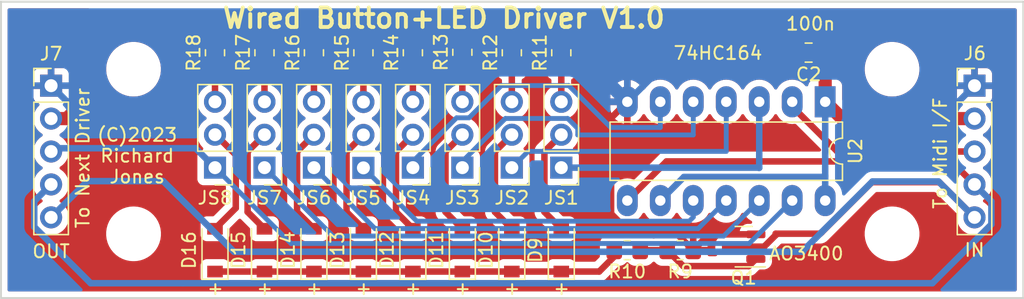
<source format=kicad_pcb>
(kicad_pcb (version 20211014) (generator pcbnew)
  (layers (0 "F.Cu" signal) (31 "B.Cu" signal) (34 "B.Paste" user) (35 "F.Paste" user) (36 "B.SilkS" user "B.Silkscreen") (37 "F.SilkS" user "F.Silkscreen") (38 "B.Mask" user) (39 "F.Mask" user) (44 "Edge.Cuts" user))
  (net 0 "")
  (net 1 "Net-(C2-Pad1)")
  (net 2 "/0V")
  (net 3 "/But")
  (net 4 "Net-(D9-Pad2)")
  (net 5 "Net-(D10-Pad2)")
  (net 6 "Net-(D11-Pad2)")
  (net 7 "Net-(D12-Pad2)")
  (net 8 "Net-(D13-Pad2)")
  (net 9 "Net-(D14-Pad2)")
  (net 10 "Net-(D15-Pad2)")
  (net 11 "Net-(D16-Pad2)")
  (net 12 "Net-(J6-Pad3)")
  (net 13 "Net-(J6-Pad4)")
  (net 14 "Net-(J6-Pad5)")
  (net 15 "/Q7")
  (net 16 "/Q0")
  (net 17 "Net-(JS1-Pad3)")
  (net 18 "/Q1")
  (net 19 "Net-(JS2-Pad3)")
  (net 20 "/Q2")
  (net 21 "Net-(JS3-Pad3)")
  (net 22 "/Q3")
  (net 23 "Net-(JS4-Pad3)")
  (net 24 "/Q4")
  (net 25 "Net-(JS5-Pad3)")
  (net 26 "/Q5")
  (net 27 "Net-(JS6-Pad3)")
  (net 28 "/Q6")
  (net 29 "Net-(JS7-Pad3)")
  (net 30 "Net-(JS8-Pad3)")
  (net 31 "Net-(Q1-Pad1)")
  (footprint "Resistor_SMD:R_0805_2012Metric_Pad1.20x1.40mm_HandSolder" (layer "F.Cu") (at 181.5846 95.377 90)
    (fp_text reference "R12" (at 0 -1.65 90) (layer "F.SilkS"))
    (fp_text value "270")
    (fp_line (start -0.227064 0.735) (end 0.227064 0.735) (layer "F.SilkS") (width 0.12))
    (fp_line (start -0.227064 -0.735) (end 0.227064 -0.735) (layer "F.SilkS") (width 0.12))
    (pad "1" smd roundrect (at -1 0 90) (size 1.2 1.4) (layers "F.Cu" "F.Paste" "F.Mask") (roundrect_rratio 0.2083333333) (net 19 "Net-(JS2-Pad3)"))
    (pad "2" smd roundrect (at 1 0 90) (size 1.2 1.4) (layers "F.Cu" "F.Paste" "F.Mask") (roundrect_rratio 0.2083333333) (net 2 "/0V"))
  )
  (footprint "MountingHole:MountingHole_3.2mm_M3" (layer "F.Cu") (at 152.4508 96.647 -90)
    (fp_text reference "H11" hide)
    (fp_text value "MountingHole" hide)
    (pad "" np_thru_hole circle (at 0 0 270) (size 3.2 3.2) (drill 3.2) (layers *.Cu *.Mask))
  )
  (footprint "MountingHole:MountingHole_3.2mm_M3" (layer "F.Cu") (at 152.4508 109.347 -90)
    (fp_text reference "H12" hide)
    (fp_text value "MountingHole" hide)
    (pad "" np_thru_hole circle (at 0 0 270) (size 3.2 3.2) (drill 3.2) (layers *.Cu *.Mask))
  )
  (footprint "Diode_SMD:D_SOD-123" (layer "F.Cu") (at 173.9646 110.6066 90)
    (fp_text reference "D12" (at 0 -2 90) (layer "F.SilkS"))
    (fp_text value "1N4148")
    (fp_line (start -2.25 1) (end 1.65 1) (layer "F.SilkS") (width 0.12))
    (fp_line (start -2.25 -1) (end -2.25 1) (layer "F.SilkS") (width 0.12))
    (fp_line (start -2.25 -1) (end 1.65 -1) (layer "F.SilkS") (width 0.12))
    (pad "1" smd rect (at -1.65 0 90) (size 0.9 1.2) (layers "F.Cu" "F.Paste" "F.Mask") (net 3 "/But"))
    (pad "2" smd rect (at 1.65 0 90) (size 0.9 1.2) (layers "F.Cu" "F.Paste" "F.Mask") (net 7 "Net-(D12-Pad2)"))
  )
  (footprint "Package_TO_SOT_SMD:SOT-23" (layer "F.Cu") (at 199.4408 110.3376 180)
    (fp_text reference "Q1" (at 0 -2.4) (layer "F.SilkS"))
    (fp_text value "AO3400A" hide)
    (fp_line (start 0 -1.56) (end 0.65 -1.56) (layer "F.SilkS") (width 0.12))
    (fp_line (start 0 1.56) (end -0.65 1.56) (layer "F.SilkS") (width 0.12))
    (fp_line (start 0 1.56) (end 0.65 1.56) (layer "F.SilkS") (width 0.12))
    (fp_line (start 0 -1.56) (end -1.675 -1.56) (layer "F.SilkS") (width 0.12))
    (pad "1" smd roundrect (at -0.9375 -0.95 180) (size 1.475 0.6) (layers "F.Cu" "F.Paste" "F.Mask") (net 31 "Net-(Q1-Pad1)"))
    (pad "2" smd roundrect (at -0.9375 0.95 180) (size 1.475 0.6) (layers "F.Cu" "F.Paste" "F.Mask") (net 2 "/0V"))
    (pad "3" smd roundrect (at 0.9375 0 180) (size 1.475 0.6) (layers "F.Cu" "F.Paste" "F.Mask") (net 14 "Net-(J6-Pad5)"))
  )
  (footprint "Resistor_SMD:R_0805_2012Metric_Pad1.20x1.40mm_HandSolder" (layer "F.Cu") (at 170.1546 95.377 90)
    (fp_text reference "R15" (at 0 -1.65 90) (layer "F.SilkS"))
    (fp_text value "270")
    (fp_line (start -0.227064 0.735) (end 0.227064 0.735) (layer "F.SilkS") (width 0.12))
    (fp_line (start -0.227064 -0.735) (end 0.227064 -0.735) (layer "F.SilkS") (width 0.12))
    (pad "1" smd roundrect (at -1 0 90) (size 1.2 1.4) (layers "F.Cu" "F.Paste" "F.Mask") (roundrect_rratio 0.2083333333) (net 25 "Net-(JS5-Pad3)"))
    (pad "2" smd roundrect (at 1 0 90) (size 1.2 1.4) (layers "F.Cu" "F.Paste" "F.Mask") (roundrect_rratio 0.2083333333) (net 2 "/0V"))
  )
  (footprint "Diode_SMD:D_SOD-123" (layer "F.Cu") (at 170.1546 110.6066 90)
    (fp_text reference "D13" (at 0 -2 90) (layer "F.SilkS"))
    (fp_text value "1N4148")
    (fp_line (start -2.25 -1) (end -2.25 1) (layer "F.SilkS") (width 0.12))
    (fp_line (start -2.25 1) (end 1.65 1) (layer "F.SilkS") (width 0.12))
    (fp_line (start -2.25 -1) (end 1.65 -1) (layer "F.SilkS") (width 0.12))
    (pad "1" smd rect (at -1.65 0 90) (size 0.9 1.2) (layers "F.Cu" "F.Paste" "F.Mask") (net 3 "/But"))
    (pad "2" smd rect (at 1.65 0 90) (size 0.9 1.2) (layers "F.Cu" "F.Paste" "F.Mask") (net 8 "Net-(D13-Pad2)"))
  )
  (footprint "Connector_PinHeader_2.54mm:PinHeader_1x03_P2.54mm_Vertical" (layer "F.Cu") (at 158.7246 104.2416 180)
    (fp_text reference "JS8" (at 0 -2.33) (layer "F.SilkS"))
    (fp_text value "Button+LED8" hide)
    (fp_line (start -1.33 6.41) (end 1.33 6.41) (layer "F.SilkS") (width 0.12))
    (fp_line (start 1.33 1.27) (end 1.33 6.41) (layer "F.SilkS") (width 0.12))
    (fp_line (start -1.33 1.27) (end -1.33 6.41) (layer "F.SilkS") (width 0.12))
    (fp_line (start -1.33 1.27) (end 1.33 1.27) (layer "F.SilkS") (width 0.12))
    (fp_line (start -1.33 0) (end -1.33 -1.33) (layer "F.SilkS") (width 0.12))
    (fp_line (start -1.33 -1.33) (end 0 -1.33) (layer "F.SilkS") (width 0.12))
    (pad "1" thru_hole rect (at 0 0 180) (size 1.7 1.7) (drill 1) (layers *.Cu *.Mask) (net 15 "/Q7"))
    (pad "2" thru_hole oval (at 0 2.54 180) (size 1.7 1.7) (drill 1) (layers *.Cu *.Mask) (net 11 "Net-(D16-Pad2)"))
    (pad "3" thru_hole oval (at 0 5.08 180) (size 1.7 1.7) (drill 1) (layers *.Cu *.Mask) (net 30 "Net-(JS8-Pad3)"))
  )
  (footprint "Connector_PinHeader_2.54mm:PinHeader_1x03_P2.54mm_Vertical" (layer "F.Cu") (at 185.3946 104.2416 180)
    (fp_text reference "JS1" (at 0 -2.33) (layer "F.SilkS"))
    (fp_text value "Button+LED1")
    (fp_line (start -1.33 6.41) (end 1.33 6.41) (layer "F.SilkS") (width 0.12))
    (fp_line (start -1.33 0) (end -1.33 -1.33) (layer "F.SilkS") (width 0.12))
    (fp_line (start -1.33 1.27) (end 1.33 1.27) (layer "F.SilkS") (width 0.12))
    (fp_line (start 1.33 1.27) (end 1.33 6.41) (layer "F.SilkS") (width 0.12))
    (fp_line (start -1.33 -1.33) (end 0 -1.33) (layer "F.SilkS") (width 0.12))
    (fp_line (start -1.33 1.27) (end -1.33 6.41) (layer "F.SilkS") (width 0.12))
    (pad "1" thru_hole rect (at 0 0 180) (size 1.7 1.7) (drill 1) (layers *.Cu *.Mask) (net 16 "/Q0"))
    (pad "2" thru_hole oval (at 0 2.54 180) (size 1.7 1.7) (drill 1) (layers *.Cu *.Mask) (net 4 "Net-(D9-Pad2)"))
    (pad "3" thru_hole oval (at 0 5.08 180) (size 1.7 1.7) (drill 1) (layers *.Cu *.Mask) (net 17 "Net-(JS1-Pad3)"))
  )
  (footprint "Capacitor_SMD:C_0805_2012Metric_Pad1.18x1.45mm_HandSolder" (layer "F.Cu") (at 204.4446 95.3666 180)
    (fp_text reference "C2" (at 0 -1.68) (layer "F.SilkS"))
    (fp_text value "100n" (at -0.1524 2.2248) (layer "F.SilkS"))
    (fp_line (start -0.261252 -0.735) (end 0.261252 -0.735) (layer "F.SilkS") (width 0.12))
    (fp_line (start -0.261252 0.735) (end 0.261252 0.735) (layer "F.SilkS") (width 0.12))
    (pad "1" smd roundrect (at -1.0375 0 180) (size 1.175 1.45) (layers "F.Cu" "F.Paste" "F.Mask") (roundrect_rratio 0.2127659574) (net 1 "Net-(C2-Pad1)"))
    (pad "2" smd roundrect (at 1.0375 0 180) (size 1.175 1.45) (layers "F.Cu" "F.Paste" "F.Mask") (roundrect_rratio 0.2127659574) (net 2 "/0V"))
  )
  (footprint "Resistor_SMD:R_0805_2012Metric_Pad1.20x1.40mm_HandSolder" (layer "F.Cu") (at 185.3946 95.377 90)
    (fp_text reference "R11" (at 0 -1.65 90) (layer "F.SilkS"))
    (fp_text value "270")
    (fp_line (start -0.227064 -0.735) (end 0.227064 -0.735) (layer "F.SilkS") (width 0.12))
    (fp_line (start -0.227064 0.735) (end 0.227064 0.735) (layer "F.SilkS") (width 0.12))
    (pad "1" smd roundrect (at -1 0 90) (size 1.2 1.4) (layers "F.Cu" "F.Paste" "F.Mask") (roundrect_rratio 0.2083333333) (net 17 "Net-(JS1-Pad3)"))
    (pad "2" smd roundrect (at 1 0 90) (size 1.2 1.4) (layers "F.Cu" "F.Paste" "F.Mask") (roundrect_rratio 0.2083333333) (net 2 "/0V"))
  )
  (footprint "Resistor_SMD:R_0805_2012Metric_Pad1.20x1.40mm_HandSolder" (layer "F.Cu") (at 173.9646 95.377 90)
    (fp_text reference "R14" (at 0 -1.65 90) (layer "F.SilkS"))
    (fp_text value "270")
    (fp_line (start -0.227064 0.735) (end 0.227064 0.735) (layer "F.SilkS") (width 0.12))
    (fp_line (start -0.227064 -0.735) (end 0.227064 -0.735) (layer "F.SilkS") (width 0.12))
    (pad "1" smd roundrect (at -1 0 90) (size 1.2 1.4) (layers "F.Cu" "F.Paste" "F.Mask") (roundrect_rratio 0.2083333333) (net 23 "Net-(JS4-Pad3)"))
    (pad "2" smd roundrect (at 1 0 90) (size 1.2 1.4) (layers "F.Cu" "F.Paste" "F.Mask") (roundrect_rratio 0.2083333333) (net 2 "/0V"))
  )
  (footprint "Diode_SMD:D_SOD-123" (layer "F.Cu") (at 185.3946 110.6066 90)
    (fp_text reference "D9" (at 0 -2 90) (layer "F.SilkS"))
    (fp_text value "1N4148")
    (fp_line (start -2.25 -1) (end 1.65 -1) (layer "F.SilkS") (width 0.12))
    (fp_line (start -2.25 1) (end 1.65 1) (layer "F.SilkS") (width 0.12))
    (fp_line (start -2.25 -1) (end -2.25 1) (layer "F.SilkS") (width 0.12))
    (pad "1" smd rect (at -1.65 0 90) (size 0.9 1.2) (layers "F.Cu" "F.Paste" "F.Mask") (net 3 "/But"))
    (pad "2" smd rect (at 1.65 0 90) (size 0.9 1.2) (layers "F.Cu" "F.Paste" "F.Mask") (net 4 "Net-(D9-Pad2)"))
  )
  (footprint "Resistor_SMD:R_0805_2012Metric_Pad1.20x1.40mm_HandSolder" (layer "F.Cu") (at 158.7246 95.377 90)
    (fp_text reference "R18" (at 0 -1.65 90) (layer "F.SilkS"))
    (fp_text value "270")
    (fp_line (start -0.227064 0.735) (end 0.227064 0.735) (layer "F.SilkS") (width 0.12))
    (fp_line (start -0.227064 -0.735) (end 0.227064 -0.735) (layer "F.SilkS") (width 0.12))
    (pad "1" smd roundrect (at -1 0 90) (size 1.2 1.4) (layers "F.Cu" "F.Paste" "F.Mask") (roundrect_rratio 0.2083333333) (net 30 "Net-(JS8-Pad3)"))
    (pad "2" smd roundrect (at 1 0 90) (size 1.2 1.4) (layers "F.Cu" "F.Paste" "F.Mask") (roundrect_rratio 0.2083333333) (net 2 "/0V"))
  )
  (footprint "Package_DIP:DIP-14_W7.62mm_LongPads" (layer "F.Cu") (at 205.7196 99.1616 -90)
    (fp_text reference "U2" (at 3.81 -2.33 90) (layer "F.SilkS"))
    (fp_text value "74HC164" (at -3.7592 8.26) (layer "F.SilkS"))
    (fp_line (start 6.06 16.57) (end 6.06 -1.33) (layer "F.SilkS") (width 0.12))
    (fp_line (start 6.06 -1.33) (end 4.81 -1.33) (layer "F.SilkS") (width 0.12))
    (fp_line (start 2.81 -1.33) (end 1.56 -1.33) (layer "F.SilkS") (width 0.12))
    (fp_line (start 1.56 -1.33) (end 1.56 16.57) (layer "F.SilkS") (width 0.12))
    (fp_line (start 1.56 16.57) (end 6.06 16.57) (layer "F.SilkS") (width 0.12))
    (fp_arc (start 4.81 -1.33) (mid 3.81 -0.33) (end 2.81 -1.33) (layer "F.SilkS") (width 0.12))
    (pad "1" thru_hole rect (at 0 0 270) (size 2.4 1.6) (drill 0.8) (layers *.Cu *.Mask) (net 1 "Net-(C2-Pad1)"))
    (pad "2" thru_hole oval (at 0 2.54 270) (size 2.4 1.6) (drill 0.8) (layers *.Cu *.Mask) (net 12 "Net-(J6-Pad3)"))
    (pad "3" thru_hole oval (at 0 5.08 270) (size 2.4 1.6) (drill 0.8) (layers *.Cu *.Mask) (net 16 "/Q0"))
    (pad "4" thru_hole oval (at 0 7.62 270) (size 2.4 1.6) (drill 0.8) (layers *.Cu *.Mask) (net 18 "/Q1"))
    (pad "5" thru_hole oval (at 0 10.16 270) (size 2.4 1.6) (drill 0.8) (layers *.Cu *.Mask) (net 20 "/Q2"))
    (pad "6" thru_hole oval (at 0 12.7 270) (size 2.4 1.6) (drill 0.8) (layers *.Cu *.Mask) (net 22 "/Q3"))
    (pad "7" thru_hole oval (at 0 15.24 270) (size 2.4 1.6) (drill 0.8) (layers *.Cu *.Mask) (net 2 "/0V"))
    (pad "8" thru_hole oval (at 7.62 15.24 270) (size 2.4 1.6) (drill 0.8) (layers *.Cu *.Mask) (net 13 "Net-(J6-Pad4)"))
    (pad "9" thru_hole oval (at 7.62 12.7 270) (size 2.4 1.6) (drill 0.8) (layers *.Cu *.Mask) (net 1 "Net-(C2-Pad1)"))
    (pad "10" thru_hole oval (at 7.62 10.16 270) (size 2.4 1.6) (drill 0.8) (layers *.Cu *.Mask) (net 24 "/Q4"))
    (pad "11" thru_hole oval (at 7.62 7.62 270) (size 2.4 1.6) (drill 0.8) (layers *.Cu *.Mask) (net 26 "/Q5"))
    (pad "12" thru_hole oval (at 7.62 5.08 270) (size 2.4 1.6) (drill 0.8) (layers *.Cu *.Mask) (net 28 "/Q6"))
    (pad "13" thru_hole oval (at 7.62 2.54 270) (size 2.4 1.6) (drill 0.8) (layers *.Cu *.Mask) (net 15 "/Q7"))
    (pad "14" thru_hole oval (at 7.62 0 270) (size 2.4 1.6) (drill 0.8) (layers *.Cu *.Mask) (net 1 "Net-(C2-Pad1)"))
  )
  (footprint "Resistor_SMD:R_0805_2012Metric_Pad1.20x1.40mm_HandSolder" (layer "F.Cu") (at 166.3446 95.377 90)
    (fp_text reference "R16" (at 0 -1.65 90) (layer "F.SilkS"))
    (fp_text value "270")
    (fp_line (start -0.227064 -0.735) (end 0.227064 -0.735) (layer "F.SilkS") (width 0.12))
    (fp_line (start -0.227064 0.735) (end 0.227064 0.735) (layer "F.SilkS") (width 0.12))
    (pad "1" smd roundrect (at -1 0 90) (size 1.2 1.4) (layers "F.Cu" "F.Paste" "F.Mask") (roundrect_rratio 0.2083333333) (net 27 "Net-(JS6-Pad3)"))
    (pad "2" smd roundrect (at 1 0 90) (size 1.2 1.4) (layers "F.Cu" "F.Paste" "F.Mask") (roundrect_rratio 0.2083333333) (net 2 "/0V"))
  )
  (footprint "Resistor_SMD:R_0805_2012Metric_Pad1.20x1.40mm_HandSolder" (layer "F.Cu") (at 162.5346 95.377 90)
    (fp_text reference "R17" (at 0 -1.65 90) (layer "F.SilkS"))
    (fp_text value "270")
    (fp_line (start -0.227064 0.735) (end 0.227064 0.735) (layer "F.SilkS") (width 0.12))
    (fp_line (start -0.227064 -0.735) (end 0.227064 -0.735) (layer "F.SilkS") (width 0.12))
    (pad "1" smd roundrect (at -1 0 90) (size 1.2 1.4) (layers "F.Cu" "F.Paste" "F.Mask") (roundrect_rratio 0.2083333333) (net 29 "Net-(JS7-Pad3)"))
    (pad "2" smd roundrect (at 1 0 90) (size 1.2 1.4) (layers "F.Cu" "F.Paste" "F.Mask") (roundrect_rratio 0.2083333333) (net 2 "/0V"))
  )
  (footprint "Diode_SMD:D_SOD-123" (layer "F.Cu") (at 177.7746 110.6066 90)
    (fp_text reference "D11" (at 0 -2 90) (layer "F.SilkS"))
    (fp_text value "1N4148")
    (fp_line (start -2.25 1) (end 1.65 1) (layer "F.SilkS") (width 0.12))
    (fp_line (start -2.25 -1) (end 1.65 -1) (layer "F.SilkS") (width 0.12))
    (fp_line (start -2.25 -1) (end -2.25 1) (layer "F.SilkS") (width 0.12))
    (pad "1" smd rect (at -1.65 0 90) (size 0.9 1.2) (layers "F.Cu" "F.Paste" "F.Mask") (net 3 "/But"))
    (pad "2" smd rect (at 1.65 0 90) (size 0.9 1.2) (layers "F.Cu" "F.Paste" "F.Mask") (net 6 "Net-(D11-Pad2)"))
  )
  (footprint "Connector_PinHeader_2.54mm:PinHeader_1x03_P2.54mm_Vertical" (layer "F.Cu") (at 170.1546 104.2566 180)
    (fp_text reference "JS5" (at 0 -2.33) (layer "F.SilkS"))
    (fp_text value "Button+LED5")
    (fp_line (start 1.33 1.27) (end 1.33 6.41) (layer "F.SilkS") (width 0.12))
    (fp_line (start -1.33 1.27) (end 1.33 1.27) (layer "F.SilkS") (width 0.12))
    (fp_line (start -1.33 -1.33) (end 0 -1.33) (layer "F.SilkS") (width 0.12))
    (fp_line (start -1.33 6.41) (end 1.33 6.41) (layer "F.SilkS") (width 0.12))
    (fp_line (start -1.33 0) (end -1.33 -1.33) (layer "F.SilkS") (width 0.12))
    (fp_line (start -1.33 1.27) (end -1.33 6.41) (layer "F.SilkS") (width 0.12))
    (pad "1" thru_hole rect (at 0 0 180) (size 1.7 1.7) (drill 1) (layers *.Cu *.Mask) (net 24 "/Q4"))
    (pad "2" thru_hole oval (at 0 2.54 180) (size 1.7 1.7) (drill 1) (layers *.Cu *.Mask) (net 8 "Net-(D13-Pad2)"))
    (pad "3" thru_hole oval (at 0 5.08 180) (size 1.7 1.7) (drill 1) (layers *.Cu *.Mask) (net 25 "Net-(JS5-Pad3)"))
  )
  (footprint "Connector_PinHeader_2.54mm:PinHeader_1x03_P2.54mm_Vertical" (layer "F.Cu") (at 177.7746 104.2416 180)
    (fp_text reference "JS3" (at 0 -2.33) (layer "F.SilkS"))
    (fp_text value "Button+LED3")
    (fp_line (start -1.33 -1.33) (end 0 -1.33) (layer "F.SilkS") (width 0.12))
    (fp_line (start -1.33 1.27) (end -1.33 6.41) (layer "F.SilkS") (width 0.12))
    (fp_line (start 1.33 1.27) (end 1.33 6.41) (layer "F.SilkS") (width 0.12))
    (fp_line (start -1.33 0) (end -1.33 -1.33) (layer "F.SilkS") (width 0.12))
    (fp_line (start -1.33 1.27) (end 1.33 1.27) (layer "F.SilkS") (width 0.12))
    (fp_line (start -1.33 6.41) (end 1.33 6.41) (layer "F.SilkS") (width 0.12))
    (pad "1" thru_hole rect (at 0 0 180) (size 1.7 1.7) (drill 1) (layers *.Cu *.Mask) (net 20 "/Q2"))
    (pad "2" thru_hole oval (at 0 2.54 180) (size 1.7 1.7) (drill 1) (layers *.Cu *.Mask) (net 6 "Net-(D11-Pad2)"))
    (pad "3" thru_hole oval (at 0 5.08 180) (size 1.7 1.7) (drill 1) (layers *.Cu *.Mask) (net 21 "Net-(JS3-Pad3)"))
  )
  (footprint "Connector_PinHeader_2.54mm:PinHeader_1x03_P2.54mm_Vertical" (layer "F.Cu") (at 181.5846 104.2416 180)
    (fp_text reference "JS2" (at 0 -2.33) (layer "F.SilkS"))
    (fp_text value "Button+LED2")
    (fp_line (start -1.33 0) (end -1.33 -1.33) (layer "F.SilkS") (width 0.12))
    (fp_line (start 1.33 1.27) (end 1.33 6.41) (layer "F.SilkS") (width 0.12))
    (fp_line (start -1.33 6.41) (end 1.33 6.41) (layer "F.SilkS") (width 0.12))
    (fp_line (start -1.33 -1.33) (end 0 -1.33) (layer "F.SilkS") (width 0.12))
    (fp_line (start -1.33 1.27) (end 1.33 1.27) (layer "F.SilkS") (width 0.12))
    (fp_line (start -1.33 1.27) (end -1.33 6.41) (layer "F.SilkS") (width 0.12))
    (pad "1" thru_hole rect (at 0 0 180) (size 1.7 1.7) (drill 1) (layers *.Cu *.Mask) (net 18 "/Q1"))
    (pad "2" thru_hole oval (at 0 2.54 180) (size 1.7 1.7) (drill 1) (layers *.Cu *.Mask) (net 5 "Net-(D10-Pad2)"))
    (pad "3" thru_hole oval (at 0 5.08 180) (size 1.7 1.7) (drill 1) (layers *.Cu *.Mask) (net 19 "Net-(JS2-Pad3)"))
  )
  (footprint "MountingHole:MountingHole_3.2mm_M3" (layer "F.Cu") (at 210.8708 109.347 -90)
    (fp_text reference "H14" hide)
    (fp_text value "MountingHole" hide)
    (pad "" np_thru_hole circle (at 0 0 270) (size 3.2 3.2) (drill 3.2) (layers *.Cu *.Mask))
  )
  (footprint "Connector_PinHeader_2.54mm:PinHeader_1x05_P2.54mm_Vertical" (layer "F.Cu") (at 217.2208 97.917)
    (fp_text reference "J6" (at 0.0254 -2.4838) (layer "F.SilkS"))
    (fp_text value "IN" (at 0 12.68) (layer "F.SilkS"))
    (fp_line (start -1.33 -1.33) (end 0 -1.33) (layer "F.SilkS") (width 0.12))
    (fp_line (start -1.33 1.27) (end 1.33 1.27) (layer "F.SilkS") (width 0.12))
    (fp_line (start 1.33 1.27) (end 1.33 11.49) (layer "F.SilkS") (width 0.12))
    (fp_line (start -1.33 11.49) (end 1.33 11.49) (layer "F.SilkS") (width 0.12))
    (fp_line (start -1.33 1.27) (end -1.33 11.49) (layer "F.SilkS") (width 0.12))
    (fp_line (start -1.33 0) (end -1.33 -1.33) (layer "F.SilkS") (width 0.12))
    (pad "1" thru_hole rect (at 0 0) (size 1.7 1.7) (drill 1) (layers *.Cu *.Mask) (net 2 "/0V"))
    (pad "2" thru_hole oval (at 0 2.54) (size 1.7 1.7) (drill 1) (layers *.Cu *.Mask) (net 1 "Net-(C2-Pad1)"))
    (pad "3" thru_hole oval (at 0 5.08) (size 1.7 1.7) (drill 1) (layers *.Cu *.Mask) (net 12 "Net-(J6-Pad3)"))
    (pad "4" thru_hole oval (at 0 7.62) (size 1.7 1.7) (drill 1) (layers *.Cu *.Mask) (net 13 "Net-(J6-Pad4)"))
    (pad "5" thru_hole oval (at 0 10.16) (size 1.7 1.7) (drill 1) (layers *.Cu *.Mask) (net 14 "Net-(J6-Pad5)"))
  )
  (footprint "Diode_SMD:D_SOD-123" (layer "F.Cu") (at 162.5346 110.6066 90)
    (fp_text reference "D15" (at 0 -2 90) (layer "F.SilkS"))
    (fp_text value "1N4148")
    (fp_line (start -2.25 -1) (end 1.65 -1) (layer "F.SilkS") (width 0.12))
    (fp_line (start -2.25 -1) (end -2.25 1) (layer "F.SilkS") (width 0.12))
    (fp_line (start -2.25 1) (end 1.65 1) (layer "F.SilkS") (width 0.12))
    (pad "1" smd rect (at -1.65 0 90) (size 0.9 1.2) (layers "F.Cu" "F.Paste" "F.Mask") (net 3 "/But"))
    (pad "2" smd rect (at 1.65 0 90) (size 0.9 1.2) (layers "F.Cu" "F.Paste" "F.Mask") (net 10 "Net-(D15-Pad2)"))
  )
  (footprint "Connector_PinHeader_2.54mm:PinHeader_1x03_P2.54mm_Vertical" (layer "F.Cu") (at 166.3446 104.2416 180)
    (fp_text reference "JS6" (at 0 -2.33) (layer "F.SilkS"))
    (fp_text value "Button+LED6")
    (fp_line (start -1.33 1.27) (end -1.33 6.41) (layer "F.SilkS") (width 0.12))
    (fp_line (start -1.33 0) (end -1.33 -1.33) (layer "F.SilkS") (width 0.12))
    (fp_line (start -1.33 1.27) (end 1.33 1.27) (layer "F.SilkS") (width 0.12))
    (fp_line (start -1.33 6.41) (end 1.33 6.41) (layer "F.SilkS") (width 0.12))
    (fp_line (start 1.33 1.27) (end 1.33 6.41) (layer "F.SilkS") (width 0.12))
    (fp_line (start -1.33 -1.33) (end 0 -1.33) (layer "F.SilkS") (width 0.12))
    (pad "1" thru_hole rect (at 0 0 180) (size 1.7 1.7) (drill 1) (layers *.Cu *.Mask) (net 26 "/Q5"))
    (pad "2" thru_hole oval (at 0 2.54 180) (size 1.7 1.7) (drill 1) (layers *.Cu *.Mask) (net 9 "Net-(D14-Pad2)"))
    (pad "3" thru_hole oval (at 0 5.08 180) (size 1.7 1.7) (drill 1) (layers *.Cu *.Mask) (net 27 "Net-(JS6-Pad3)"))
  )
  (footprint "Resistor_SMD:R_0805_2012Metric_Pad1.20x1.40mm_HandSolder" (layer "F.Cu") (at 194.5546 110.6066 180)
    (fp_text reference "R9" (at 0 -1.65) (layer "F.SilkS"))
    (fp_text value "10k")
    (fp_line (start -0.227064 0.735) (end 0.227064 0.735) (layer "F.SilkS") (width 0.12))
    (fp_line (start -0.227064 -0.735) (end 0.227064 -0.735) (layer "F.SilkS") (width 0.12))
    (pad "1" smd roundrect (at -1 0 180) (size 1.2 1.4) (layers "F.Cu" "F.Paste" "F.Mask") (roundrect_rratio 0.2083333333) (net 2 "/0V"))
    (pad "2" smd roundrect (at 1 0 180) (size 1.2 1.4) (layers "F.Cu" "F.Paste" "F.Mask") (roundrect_rratio 0.2083333333) (net 31 "Net-(Q1-Pad1)"))
  )
  (footprint "Resistor_SMD:R_0805_2012Metric_Pad1.20x1.40mm_HandSolder" (layer "F.Cu") (at 190.4746 110.6066 180)
    (fp_text reference "R10" (at 0 -1.65) (layer "F.SilkS"))
    (fp_text value "270")
    (fp_line (start -0.227064 -0.735) (end 0.227064 -0.735) (layer "F.SilkS") (width 0.12))
    (fp_line (start -0.227064 0.735) (end 0.227064 0.735) (layer "F.SilkS") (width 0.12))
    (pad "1" smd roundrect (at -1 0 180) (size 1.2 1.4) (layers "F.Cu" "F.Paste" "F.Mask") (roundrect_rratio 0.2083333333) (net 31 "Net-(Q1-Pad1)"))
    (pad "2" smd roundrect (at 1 0 180) (size 1.2 1.4) (layers "F.Cu" "F.Paste" "F.Mask") (roundrect_rratio 0.2083333333) (net 3 "/But"))
  )
  (footprint "Resistor_SMD:R_0805_2012Metric_Pad1.20x1.40mm_HandSolder" (layer "F.Cu") (at 177.7746 95.3422 90)
    (fp_text reference "R13" (at 0 -1.65 90) (layer "F.SilkS"))
    (fp_text value "270")
    (fp_line (start -0.227064 -0.735) (end 0.227064 -0.735) (layer "F.SilkS") (width 0.12))
    (fp_line (start -0.227064 0.735) (end 0.227064 0.735) (layer "F.SilkS") (width 0.12))
    (pad "1" smd roundrect (at -1 0 90) (size 1.2 1.4) (layers "F.Cu" "F.Paste" "F.Mask") (roundrect_rratio 0.2083333333) (net 21 "Net-(JS3-Pad3)"))
    (pad "2" smd roundrect (at 1 0 90) (size 1.2 1.4) (layers "F.Cu" "F.Paste" "F.Mask") (roundrect_rratio 0.2083333333) (net 2 "/0V"))
  )
  (footprint "Diode_SMD:D_SOD-123" (layer "F.Cu") (at 166.3446 110.6066 90)
    (fp_text reference "D14" (at 0 -2 90) (layer "F.SilkS"))
    (fp_text value "1N4148")
    (fp_line (start -2.25 1) (end 1.65 1) (layer "F.SilkS") (width 0.12))
    (fp_line (start -2.25 -1) (end -2.25 1) (layer "F.SilkS") (width 0.12))
    (fp_line (start -2.25 -1) (end 1.65 -1) (layer "F.SilkS") (width 0.12))
    (pad "1" smd rect (at -1.65 0 90) (size 0.9 1.2) (layers "F.Cu" "F.Paste" "F.Mask") (net 3 "/But"))
    (pad "2" smd rect (at 1.65 0 90) (size 0.9 1.2) (layers "F.Cu" "F.Paste" "F.Mask") (net 9 "Net-(D14-Pad2)"))
  )
  (footprint "Connector_PinHeader_2.54mm:PinHeader_1x03_P2.54mm_Vertical" (layer "F.Cu") (at 162.5346 104.2416 180)
    (fp_text reference "JS7" (at 0 -2.33) (layer "F.SilkS"))
    (fp_text value "Button+LED7")
    (fp_line (start -1.33 0) (end -1.33 -1.33) (layer "F.SilkS") (width 0.12))
    (fp_line (start -1.33 -1.33) (end 0 -1.33) (layer "F.SilkS") (width 0.12))
    (fp_line (start -1.33 1.27) (end -1.33 6.41) (layer "F.SilkS") (width 0.12))
    (fp_line (start -1.33 1.27) (end 1.33 1.27) (layer "F.SilkS") (width 0.12))
    (fp_line (start -1.33 6.41) (end 1.33 6.41) (layer "F.SilkS") (width 0.12))
    (fp_line (start 1.33 1.27) (end 1.33 6.41) (layer "F.SilkS") (width 0.12))
    (pad "1" thru_hole rect (at 0 0 180) (size 1.7 1.7) (drill 1) (layers *.Cu *.Mask) (net 28 "/Q6"))
    (pad "2" thru_hole oval (at 0 2.54 180) (size 1.7 1.7) (drill 1) (layers *.Cu *.Mask) (net 10 "Net-(D15-Pad2)"))
    (pad "3" thru_hole oval (at 0 5.08 180) (size 1.7 1.7) (drill 1) (layers *.Cu *.Mask) (net 29 "Net-(JS7-Pad3)"))
  )
  (footprint "Connector_PinHeader_2.54mm:PinHeader_1x03_P2.54mm_Vertical" (layer "F.Cu") (at 173.9646 104.2416 180)
    (fp_text reference "JS4" (at 0 -2.33) (layer "F.SilkS"))
    (fp_text value "Button+LED4")
    (fp_line (start -1.33 -1.33) (end 0 -1.33) (layer "F.SilkS") (width 0.12))
    (fp_line (start 1.33 1.27) (end 1.33 6.41) (layer "F.SilkS") (width 0.12))
    (fp_line (start -1.33 1.27) (end 1.33 1.27) (layer "F.SilkS") (width 0.12))
    (fp_line (start -1.33 0) (end -1.33 -1.33) (layer "F.SilkS") (width 0.12))
    (fp_line (start -1.33 6.41) (end 1.33 6.41) (layer "F.SilkS") (width 0.12))
    (fp_line (start -1.33 1.27) (end -1.33 6.41) (layer "F.SilkS") (width 0.12))
    (pad "1" thru_hole rect (at 0 0 180) (size 1.7 1.7) (drill 1) (layers *.Cu *.Mask) (net 22 "/Q3"))
    (pad "2" thru_hole oval (at 0 2.54 180) (size 1.7 1.7) (drill 1) (layers *.Cu *.Mask) (net 7 "Net-(D12-Pad2)"))
    (pad "3" thru_hole oval (at 0 5.08 180) (size 1.7 1.7) (drill 1) (layers *.Cu *.Mask) (net 23 "Net-(JS4-Pad3)"))
  )
  (footprint "Diode_SMD:D_SOD-123" (layer "F.Cu") (at 158.7246 110.6066 90)
    (fp_text reference "D16" (at 0 -2 90) (layer "F.SilkS"))
    (fp_text value "1N4148")
    (fp_line (start -2.25 -1) (end -2.25 1) (layer "F.SilkS") (width 0.12))
    (fp_line (start -2.25 1) (end 1.65 1) (layer "F.SilkS") (width 0.12))
    (fp_line (start -2.25 -1) (end 1.65 -1) (layer "F.SilkS") (width 0.12))
    (pad "1" smd rect (at -1.65 0 90) (size 0.9 1.2) (layers "F.Cu" "F.Paste" "F.Mask") (net 3 "/But"))
    (pad "2" smd rect (at 1.65 0 90) (size 0.9 1.2) (layers "F.Cu" "F.Paste" "F.Mask") (net 11 "Net-(D16-Pad2)"))
  )
  (footprint "Connector_PinHeader_2.54mm:PinHeader_1x05_P2.54mm_Vertical" (layer "F.Cu") (at 146.1008 97.917)
    (fp_text reference "J7" (at 0 -2.4584) (layer "F.SilkS"))
    (fp_text value "OUT" (at 0 12.7816) (layer "F.SilkS"))
    (fp_line (start -1.33 0) (end -1.33 -1.33) (layer "F.SilkS") (width 0.12))
    (fp_line (start -1.33 1.27) (end 1.33 1.27) (layer "F.SilkS") (width 0.12))
    (fp_line (start -1.33 -1.33) (end 0 -1.33) (layer "F.SilkS") (width 0.12))
    (fp_line (start -1.33 11.49) (end 1.33 11.49) (layer "F.SilkS") (width 0.12))
    (fp_line (start -1.33 1.27) (end -1.33 11.49) (layer "F.SilkS") (width 0.12))
    (fp_line (start 1.33 1.27) (end 1.33 11.49) (layer "F.SilkS") (width 0.12))
    (pad "1" thru_hole rect (at 0 0) (size 1.7 1.7) (drill 1) (layers *.Cu *.Mask) (net 2 "/0V"))
    (pad "2" thru_hole oval (at 0 2.54) (size 1.7 1.7) (drill 1) (layers *.Cu *.Mask) (net 1 "Net-(C2-Pad1)"))
    (pad "3" thru_hole oval (at 0 5.08) (size 1.7 1.7) (drill 1) (layers *.Cu *.Mask) (net 15 "/Q7"))
    (pad "4" thru_hole oval (at 0 7.62) (size 1.7 1.7) (drill 1) (layers *.Cu *.Mask) (net 13 "Net-(J6-Pad4)"))
    (pad "5" thru_hole oval (at 0 10.16) (size 1.7 1.7) (drill 1) (layers *.Cu *.Mask) (net 14 "Net-(J6-Pad5)"))
  )
  (footprint "MountingHole:MountingHole_3.2mm_M3" (layer "F.Cu") (at 210.8708 96.647 -90)
    (fp_text reference "H13" hide)
    (fp_text value "MountingHole" hide)
    (pad "" np_thru_hole circle (at 0 0 270) (size 3.2 3.2) (drill 3.2) (layers *.Cu *.Mask))
  )
  (footprint "Diode_SMD:D_SOD-123" (layer "F.Cu") (at 181.5846 110.6066 90)
    (fp_text reference "D10" (at 0 -2 90) (layer "F.SilkS"))
    (fp_text value "1N4148")
    (fp_line (start -2.25 -1) (end 1.65 -1) (layer "F.SilkS") (width 0.12))
    (fp_line (start -2.25 -1) (end -2.25 1) (layer "F.SilkS") (width 0.12))
    (fp_line (start -2.25 1) (end 1.65 1) (layer "F.SilkS") (width 0.12))
    (pad "1" smd rect (at -1.65 0 90) (size 0.9 1.2) (layers "F.Cu" "F.Paste" "F.Mask") (net 3 "/But"))
    (pad "2" smd rect (at 1.65 0 90) (size 0.9 1.2) (layers "F.Cu" "F.Paste" "F.Mask") (net 5 "Net-(D10-Pad2)"))
  )
  (gr_rect (start 220.98 91.44) (end 142.24 114.3) (layer "Edge.Cuts") (width 0.15) (fill none))
  (gr_text "(C)2023\nRichard\nJones" (at 152.7302 103.3272) (layer "F.SilkS") (effects (font (size 1 1))))
  (gr_text "Wired Button+LED Driver V1.0" (at 176.3522 92.71) (layer "F.SilkS") (effects (font (size 1.4986 1.4986) (thickness 0.29972))))
  (gr_text "AO3400" (at 204.2668 110.871) (layer "F.SilkS") (effects (font (size 1 1))))
  (gr_text "+" (at 185.42 113.538) (layer "F.SilkS") (effects (font (size 1 1))))
  (gr_text "+" (at 158.75 113.538) (layer "F.SilkS") (effects (font (size 1 1))))
  (gr_text "+" (at 162.56 113.538) (layer "F.SilkS") (effects (font (size 1 1))))
  (gr_text "+" (at 177.8 113.538) (layer "F.SilkS") (effects (font (size 1 1))))
  (gr_text "+" (at 181.61 113.538) (layer "F.SilkS") (effects (font (size 1 1))))
  (gr_text "+" (at 166.37 113.538) (layer "F.SilkS") (effects (font (size 1 1))))
  (gr_text "To Next Driver" (at 148.5392 103.505 90) (layer "F.SilkS") (effects (font (size 1 1))))
  (gr_text "+" (at 173.99 113.538) (layer "F.SilkS") (effects (font (size 1 1))))
  (gr_text "+" (at 170.18 113.538) (layer "F.SilkS") (effects (font (size 1 1))))
  (gr_text "To Midi I/F" (at 214.5792 103.124 90) (layer "F.SilkS") (effects (font (size 1 1))))
  (segment (start 205.7196 94.8486) (end 205.7196 99.1616) (width 1.016) (layer "F.Cu") (net 1))
  (segment (start 148.1582 94.5134) (end 149.8854 92.7862) (width 1.016) (layer "F.Cu") (net 1))
  (segment (start 146.1008 100.457) (end 147.302881 100.457) (width 1.016) (layer "F.Cu") (net 1))
  (segment (start 217.2208 100.457) (end 207.015 100.457) (width 1.016) (layer "F.Cu") (net 1))
  (segment (start 203.6572 92.7862) (end 205.7196 94.8486) (width 1.016) (layer "F.Cu") (net 1))
  (segment (start 148.1582 99.601681) (end 148.1582 94.5134) (width 1.016) (layer "F.Cu") (net 1))
  (segment (start 149.8854 92.7862) (end 203.6572 92.7862) (width 1.016) (layer "F.Cu") (net 1))
  (segment (start 207.015 100.457) (end 205.7196 99.1616) (width 1.016) (layer "F.Cu") (net 1))
  (segment (start 147.302881 100.457) (end 148.1582 99.601681) (width 1.016) (layer "F.Cu") (net 1))
  (segment (start 194.845081 104.956119) (end 205.650081 104.956119) (width 0.5) (layer "B.Cu") (net 1))
  (segment (start 205.650081 104.956119) (end 205.7196 104.8866) (width 0.5) (layer "B.Cu") (net 1))
  (segment (start 193.0196 106.7816) (end 194.845081 104.956119) (width 0.5) (layer "B.Cu") (net 1))
  (segment (start 205.7196 106.7816) (end 205.7196 104.8866) (width 0.5) (layer "B.Cu") (net 1))
  (segment (start 205.7196 104.8866) (end 205.7196 99.1616) (width 0.5) (layer "B.Cu") (net 1))
  (segment (start 196.7736 109.3876) (end 200.3783 109.3876) (width 0.5) (layer "F.Cu") (net 2))
  (segment (start 190.4846 95.3666) (end 190.4796 95.3716) (width 0.5) (layer "F.Cu") (net 2))
  (segment (start 190.8556 109.4232) (end 194.3712 109.4232) (width 0.5) (layer "F.Cu") (net 2))
  (segment (start 177.8094 94.377) (end 177.7746 94.3422) (width 0.5) (layer "F.Cu") (net 2))
  (segment (start 190.4796 95.3716) (end 190.4796 99.1616) (width 0.5) (layer "F.Cu") (net 2))
  (segment (start 194.3712 109.4232) (end 195.5546 110.6066) (width 0.5) (layer "F.Cu") (net 2))
  (segment (start 189.485 94.377) (end 185.3946 94.377) (width 0.5) (layer "F.Cu") (net 2))
  (segment (start 173.9646 94.377) (end 170.1546 94.377) (width 0.5) (layer "F.Cu") (net 2))
  (segment (start 190.4796 95.3716) (end 189.485 94.377) (width 0.5) (layer "F.Cu") (net 2))
  (segment (start 189.23008 107.79768) (end 190.8556 109.4232) (width 0.5) (layer "F.Cu") (net 2))
  (segment (start 203.4071 95.3666) (end 190.4846 95.3666) (width 0.5) (layer "F.Cu") (net 2))
  (segment (start 173.9994 94.3422) (end 173.9646 94.377) (width 0.5) (layer "F.Cu") (net 2))
  (segment (start 170.1546 94.377) (end 166.3446 94.377) (width 0.5) (layer "F.Cu") (net 2))
  (segment (start 195.5546 110.6066) (end 196.7736 109.3876) (width 0.5) (layer "F.Cu") (net 2))
  (segment (start 189.23008 100.41112) (end 189.23008 107.79768) (width 0.5) (layer "F.Cu") (net 2))
  (segment (start 185.3946 94.377) (end 181.5846 94.377) (width 0.5) (layer "F.Cu") (net 2))
  (segment (start 181.5846 94.377) (end 177.8094 94.377) (width 0.5) (layer "F.Cu") (net 2))
  (segment (start 162.5346 94.377) (end 158.7246 94.377) (width 0.5) (layer "F.Cu") (net 2))
  (segment (start 190.4796 99.1616) (end 189.23008 100.41112) (width 0.5) (layer "F.Cu") (net 2))
  (segment (start 166.3446 94.377) (end 162.5346 94.377) (width 0.5) (layer "F.Cu") (net 2))
  (segment (start 177.7746 94.3422) (end 173.9994 94.3422) (width 0.5) (layer "F.Cu") (net 2))
  (segment (start 156.5148 99.441) (end 156.5148 96.393) (width 0.5) (layer "B.Cu") (net 2))
  (segment (start 207.7466 99.3528) (end 207.7466 96.5708) (width 0.5) (layer "B.Cu") (net 2))
  (segment (start 207.6704 96.647) (end 192.9942 96.647) (width 0.5) (layer "B.Cu") (net 2))
  (segment (start 207.7466 96.5708) (end 207.6704 96.647) (width 0.5) (layer "B.Cu") (net 2))
  (segment (start 214.6608 100.477) (end 208.8708 100.477) (width 0.5) (layer "B.Cu") (net 2))
  (segment (start 176.4284 96.393) (end 187.711 96.393) (width 1.016) (layer "B.Cu") (net 2))
  (segment (start 154.9908 100.965) (end 156.5148 99.441) (width 0.5) (layer "B.Cu") (net 2))
  (segment (start 146.1008 97.917) (end 149.1488 100.965) (width 0.5) (layer "B.Cu") (net 2))
  (segment (start 208.8708 100.477) (end 207.7466 99.3528) (width 0.5) (layer "B.Cu") (net 2))
  (segment (start 187.711 96.393) (end 190.4796 99.1616) (width 1.016) (layer "B.Cu") (net 2))
  (segment (start 192.9942 96.647) (end 190.4796 99.1616) (width 0.5) (layer "B.Cu") (net 2))
  (segment (start 156.5148 96.393) (end 176.4284 96.393) (width 0.5) (layer "B.Cu") (net 2))
  (segment (start 149.1488 100.965) (end 154.9908 100.965) (width 0.5) (layer "B.Cu") (net 2))
  (segment (start 217.2208 97.917) (end 214.6608 100.477) (width 0.5) (layer "B.Cu") (net 2))
  (segment (start 162.5346 112.2566) (end 158.7246 112.2566) (width 0.5) (layer "F.Cu") (net 3))
  (segment (start 170.1546 112.2566) (end 166.3446 112.2566) (width 0.5) (layer "F.Cu") (net 3))
  (segment (start 166.3446 112.2566) (end 162.5346 112.2566) (width 0.5) (layer "F.Cu") (net 3))
  (segment (start 173.9646 112.2566) (end 170.1546 112.2566) (width 0.5) (layer "F.Cu") (net 3))
  (segment (start 181.5846 112.2566) (end 177.7746 112.2566) (width 0.5) (layer "F.Cu") (net 3))
  (segment (start 185.3946 112.2566) (end 188.3146 112.2566) (width 0.5) (layer "F.Cu") (net 3))
  (segment (start 189.4746 110.6066) (end 189.4746 111.0966) (width 0.5) (layer "F.Cu") (net 3))
  (segment (start 177.7746 112.2566) (end 173.9646 112.2566) (width 0.5) (layer "F.Cu") (net 3))
  (segment (start 189.4746 111.0966) (end 188.3146 112.2566) (width 0.5) (layer "F.Cu") (net 3))
  (segment (start 185.3946 112.2566) (end 181.5846 112.2566) (width 0.5) (layer "F.Cu") (net 3))
  (segment (start 184.095089 103.001111) (end 184.095089 107.657089) (width 0.5) (layer "F.Cu") (net 4))
  (segment (start 185.3946 101.7016) (end 184.095089 103.001111) (width 0.5) (layer "F.Cu") (net 4))
  (segment (start 184.095089 107.657089) (end 185.3946 108.9566) (width 0.5) (layer "F.Cu") (net 4))
  (segment (start 181.5846 101.7016) (end 180.285089 103.001111) (width 0.5) (layer "F.Cu") (net 5))
  (segment (start 180.285089 107.657089) (end 181.5846 108.9566) (width 0.5) (layer "F.Cu") (net 5))
  (segment (start 180.285089 103.001111) (end 180.285089 107.657089) (width 0.5) (layer "F.Cu") (net 5))
  (segment (start 176.475089 103.001111) (end 176.475089 107.657089) (width 0.5) (layer "F.Cu") (net 6))
  (segment (start 176.475089 107.657089) (end 177.7746 108.9566) (width 0.5) (layer "F.Cu") (net 6))
  (segment (start 177.7746 101.7016) (end 176.475089 103.001111) (width 0.5) (layer "F.Cu") (net 6))
  (segment (start 173.9646 101.7016) (end 172.665089 103.001111) (width 0.5) (layer "F.Cu") (net 7))
  (segment (start 172.665089 107.657089) (end 173.9646 108.9566) (width 0.5) (layer "F.Cu") (net 7))
  (segment (start 172.665089 103.001111) (end 172.665089 107.657089) (width 0.5) (layer "F.Cu") (net 7))
  (segment (start 168.855089 107.657089) (end 170.1546 108.9566) (width 0.5) (layer "F.Cu") (net 8))
  (segment (start 168.855089 103.016111) (end 168.855089 107.657089) (width 0.5) (layer "F.Cu") (net 8))
  (segment (start 170.1546 101.7166) (end 168.855089 103.016111) (width 0.5) (layer "F.Cu") (net 8))
  (segment (start 166.3446 101.7016) (end 165.045089 103.001111) (width 0.5) (layer "F.Cu") (net 9))
  (segment (start 165.045089 107.657089) (end 166.3446 108.9566) (width 0.5) (layer "F.Cu") (net 9))
  (segment (start 165.045089 103.001111) (end 165.045089 107.657089) (width 0.5) (layer "F.Cu") (net 9))
  (segment (start 161.235089 103.001111) (end 161.235089 107.657089) (width 0.5) (layer "F.Cu") (net 10))
  (segment (start 161.235089 107.657089) (end 162.5346 108.9566) (width 0.5) (layer "F.Cu") (net 10))
  (segment (start 162.5346 101.7016) (end 161.235089 103.001111) (width 0.5) (layer "F.Cu") (net 10))
  (segment (start 158.7246 101.7016) (end 158.7754 101.7016) (width 0.5) (layer "F.Cu") (net 11))
  (segment (start 158.7754 101.7016) (end 160.3248 103.251) (width 0.5) (layer "F.Cu") (net 11))
  (segment (start 160.3248 103.251) (end 160.3248 107.3564) (width 0.5) (layer "F.Cu") (net 11))
  (segment (start 160.3248 107.3564) (end 158.7246 108.9566) (width 0.5) (layer "F.Cu") (net 11))
  (segment (start 210.8 102.997) (end 217.2208 102.997) (width 0.5) (layer "F.Cu") (net 12))
  (segment (start 210.7946 102.9916) (end 206.650578 102.9916) (width 0.5) (layer "F.Cu") (net 12))
  (segment (start 203.1796 99.520622) (end 203.1796 99.1616) (width 0.5) (layer "F.Cu") (net 12))
  (segment (start 210.7946 102.9916) (end 210.8 102.997) (width 0.5) (layer "F.Cu") (net 12))
  (segment (start 206.650578 102.9916) (end 203.1796 99.520622) (width 0.5) (layer "F.Cu") (net 12))
  (segment (start 215.6968 104.013) (end 215.6968 103.759) (width 0.5) (layer "F.Cu") (net 13))
  (segment (start 215.6968 103.759) (end 193.5022 103.759) (width 0.5) (layer "F.Cu") (net 13))
  (segment (start 193.5022 103.759) (end 190.4796 106.7816) (width 0.5) (layer "F.Cu") (net 13))
  (segment (start 217.2208 105.537) (end 215.6968 104.013) (width 0.5) (layer "F.Cu") (net 13))
  (segment (start 149.1488 113.157) (end 144.801289 108.809489) (width 0.5) (layer "B.Cu") (net 13))
  (segment (start 144.801289 108.809489) (end 144.801289 106.836511) (width 0.5) (layer "B.Cu") (net 13))
  (segment (start 156.2608 113.157) (end 213.978587 113.157) (width 0.5) (layer "B.Cu") (net 13))
  (segment (start 213.978587 113.157) (end 218.520311 108.615276) (width 0.5) (layer "B.Cu") (net 13))
  (segment (start 144.801289 106.836511) (end 146.1008 105.537) (width 0.5) (layer "B.Cu") (net 13))
  (segment (start 156.2608 113.157) (end 149.1488 113.157) (width 0.5) (layer "B.Cu") (net 13))
  (segment (start 218.520311 108.615276) (end 218.520311 106.836511) (width 0.5) (layer "B.Cu") (net 13))
  (segment (start 218.520311 106.836511) (end 217.2208 105.537) (width 0.5) (layer "B.Cu") (net 13))
  (segment (start 205.331688 109.3366) (end 205.429044 109.239244) (width 0.5) (layer "F.Cu") (net 14))
  (segment (start 209.3214 105.3592) (end 214.4776 105.3592) (width 0.5) (layer "F.Cu") (net 14))
  (segment (start 201.9046 109.3366) (end 205.331688 109.3366) (width 0.5) (layer "F.Cu") (net 14))
  (segment (start 214.503 105.3846) (end 214.5284 105.3846) (width 0.5) (layer "F.Cu") (net 14))
  (segment (start 201.013649 110.3376) (end 198.5033 110.3376) (width 0.5) (layer "F.Cu") (net 14))
  (segment (start 201.9046 109.446649) (end 201.013649 110.3376) (width 0.5) (layer "F.Cu") (net 14))
  (segment (start 201.9046 109.3366) (end 201.9046 109.446649) (width 0.5) (layer "F.Cu") (net 14))
  (segment (start 214.5284 105.3846) (end 217.2208 108.077) (width 0.5) (layer "F.Cu") (net 14))
  (segment (start 214.4776 105.3592) (end 214.503 105.3846) (width 0.5) (layer "F.Cu") (net 14))
  (segment (start 205.441356 109.239244) (end 209.3214 105.3592) (width 0.5) (layer "F.Cu") (net 14))
  (segment (start 205.429044 109.239244) (end 205.441356 109.239244) (width 0.5) (layer "F.Cu") (net 14))
  (segment (start 217.2208 108.077) (end 214.4522 105.3084) (width 0.5) (layer "B.Cu") (net 14))
  (segment (start 154.7368 105.283) (end 148.8948 105.283) (width 0.5) (layer "B.Cu") (net 14))
  (segment (start 214.4522 105.3084) (end 209.359888 105.3084) (width 0.5) (layer "B.Cu") (net 14))
  (segment (start 209.359888 105.3084) (end 205.429044 109.239244) (width 0.5) (layer "B.Cu") (net 14))
  (segment (start 204.0128 110.729199) (end 160.182999 110.729199) (width 0.5) (layer "B.Cu") (net 14))
  (segment (start 148.8948 105.283) (end 146.1008 108.077) (width 0.5) (layer "B.Cu") (net 14))
  (segment (start 160.182999 110.729199) (end 154.7368 105.283) (width 0.5) (layer "B.Cu") (net 14))
  (segment (start 205.429044 109.239244) (end 204.0128 110.655488) (width 0.5) (layer "B.Cu") (net 14))
  (segment (start 204.0128 110.655488) (end 204.0128 110.729199) (width 0.5) (layer "B.Cu") (net 14))
  (segment (start 146.1008 102.997) (end 146.3548 102.743) (width 0.5) (layer "B.Cu") (net 15))
  (segment (start 146.3548 102.743) (end 157.226 102.743) (width 0.5) (layer "B.Cu") (net 15))
  (segment (start 157.226 102.743) (end 158.7246 104.2416) (width 0.5) (layer "B.Cu") (net 15))
  (segment (start 158.7246 104.2416) (end 164.575179 110.092179) (width 0.375) (layer "B.Cu") (net 15))
  (segment (start 164.575179 110.092179) (end 199.869021 110.092179) (width 0.375) (layer "B.Cu") (net 15))
  (segment (start 199.869021 110.092179) (end 203.1796 106.7816) (width 0.375) (layer "B.Cu") (net 15))
  (segment (start 200.6196 104.2416) (end 200.6346 104.2566) (width 0.5) (layer "B.Cu") (net 16))
  (segment (start 200.6396 104.2516) (end 200.6396 99.1616) (width 0.5) (layer "B.Cu") (net 16))
  (segment (start 200.6346 104.2566) (end 200.6396 104.2516) (width 0.5) (layer "B.Cu") (net 16))
  (segment (start 185.3946 104.2416) (end 200.6196 104.2416) (width 0.5) (layer "B.Cu") (net 16))
  (segment (start 185.3946 96.377) (end 185.3946 99.1616) (width 0.5) (layer "F.Cu") (net 17))
  (segment (start 182.8396 102.9866) (end 198.0946 102.9866) (width 0.375) (layer "B.Cu") (net 18))
  (segment (start 198.0996 102.9816) (end 198.0996 99.1616) (width 0.375) (layer "B.Cu") (net 18))
  (segment (start 181.5846 104.2416) (end 182.8396 102.9866) (width 0.375) (layer "B.Cu") (net 18))
  (segment (start 198.0946 102.9866) (end 198.0996 102.9816) (width 0.375) (layer "B.Cu") (net 18))
  (segment (start 181.5846 99.1616) (end 181.5846 96.377) (width 0.5) (layer "F.Cu") (net 19))
  (segment (start 186.6646 101.7166) (end 195.5546 101.7166) (width 0.375) (layer "B.Cu") (net 20))
  (segment (start 181.090201 100.4466) (end 185.888999 100.4466) (width 0.375) (layer "B.Cu") (net 20))
  (segment (start 186.6646 101.222201) (end 186.6646 101.7166) (width 0.375) (layer "B.Cu") (net 20))
  (segment (start 195.5546 101.7166) (end 195.5596 101.7116) (width 0.375) (layer "B.Cu") (net 20))
  (segment (start 177.7746 103.762201) (end 181.090201 100.4466) (width 0.375) (layer "B.Cu") (net 20))
  (segment (start 177.7746 104.2416) (end 177.7746 103.762201) (width 0.375) (layer "B.Cu") (net 20))
  (segment (start 195.5596 101.7116) (end 195.5596 99.1616) (width 0.375) (layer "B.Cu") (net 20))
  (segment (start 185.888999 100.4466) (end 186.6646 101.222201) (width 0.375) (layer "B.Cu") (net 20))
  (segment (start 177.7746 99.1616) (end 177.7746 96.3422) (width 0.5) (layer "F.Cu") (net 21))
  (segment (start 173.9646 103.762201) (end 177.32819 100.398611) (width 0.375) (layer "B.Cu") (net 22))
  (segment (start 193.0146 101.14208) (end 193.0196 101.13708) (width 0.375) (layer "B.Cu") (net 22))
  (segment (start 180.778999 97.9066) (end 185.96912 97.9066) (width 0.375) (layer "B.Cu") (net 22))
  (segment (start 173.9646 104.2416) (end 173.9646 103.762201) (width 0.375) (layer "B.Cu") (net 22))
  (segment (start 185.96912 97.9066) (end 189.2046 101.14208) (width 0.375) (layer "B.Cu") (net 22))
  (segment (start 178.286988 100.398611) (end 180.778999 97.9066) (width 0.375) (layer "B.Cu") (net 22))
  (segment (start 177.32819 100.398611) (end 178.286988 100.398611) (width 0.375) (layer "B.Cu") (net 22))
  (segment (start 189.2046 101.14208) (end 193.0146 101.14208) (width 0.375) (layer "B.Cu") (net 22))
  (segment (start 193.0196 101.13708) (end 193.0196 99.1616) (width 0.375) (layer "B.Cu") (net 22))
  (segment (start 173.9646 96.377) (end 173.9646 99.1616) (width 0.5) (layer "F.Cu") (net 23))
  (segment (start 170.1546 104.2566) (end 174.26662 108.36862) (width 0.375) (layer "B.Cu") (net 24))
  (segment (start 195.5596 108.0616) (end 195.5596 106.7816) (width 0.375) (layer "B.Cu") (net 24))
  (segment (start 195.25258 108.36862) (end 195.5596 108.0616) (width 0.375) (layer "B.Cu") (net 24))
  (segment (start 174.26662 108.36862) (end 195.25258 108.36862) (width 0.375) (layer "B.Cu") (net 24))
  (segment (start 170.1546 99.1766) (end 170.1546 96.377) (width 0.5) (layer "F.Cu") (net 25))
  (segment (start 171.04614 108.94314) (end 195.93806 108.94314) (width 0.375) (layer "B.Cu") (net 26))
  (segment (start 195.93806 108.94314) (end 198.0996 106.7816) (width 0.375) (layer "B.Cu") (net 26))
  (segment (start 166.3446 104.2416) (end 171.04614 108.94314) (width 0.375) (layer "B.Cu") (net 26))
  (segment (start 166.3446 96.377) (end 166.3446 99.1616) (width 0.5) (layer "F.Cu") (net 27))
  (segment (start 167.81066 109.51766) (end 197.90354 109.51766) (width 0.375) (layer "B.Cu") (net 28))
  (segment (start 162.5346 104.2416) (end 167.81066 109.51766) (width 0.375) (layer "B.Cu") (net 28))
  (segment (start 197.90354 109.51766) (end 200.6396 106.7816) (width 0.375) (layer "B.Cu") (net 28))
  (segment (start 162.5346 96.377) (end 162.5346 99.1616) (width 0.5) (layer "F.Cu") (net 29))
  (segment (start 158.7246 96.377) (end 158.7246 99.1616) (width 0.5) (layer "F.Cu") (net 30))
  (segment (start 191.4746 110.6066) (end 193.5546 110.6066) (width 0.5) (layer "F.Cu") (net 31))
  (segment (start 199.8297 111.8362) (end 200.3783 111.2876) (width 0.5) (layer "F.Cu") (net 31))
  (segment (start 194.7842 111.8362) (end 199.8297 111.8362) (width 0.5) (layer "F.Cu") (net 31))
  (segment (start 193.5546 110.6066) (end 194.7842 111.8362) (width 0.5) (layer "F.Cu") (net 31))
  (zone (net 2) (net_name "/0V") (layers F&B.Cu) (connect_pads (clearance 0.508)) (min_thickness 0.254) (fill yes (thermal_gap 0.508) (thermal_bridge_width 0.508))
    (polygon (pts (xy 220.726 114.046) (xy 142.494 114.046) (xy 142.494 91.694) (xy 220.726 91.694)))
  )
)
</source>
